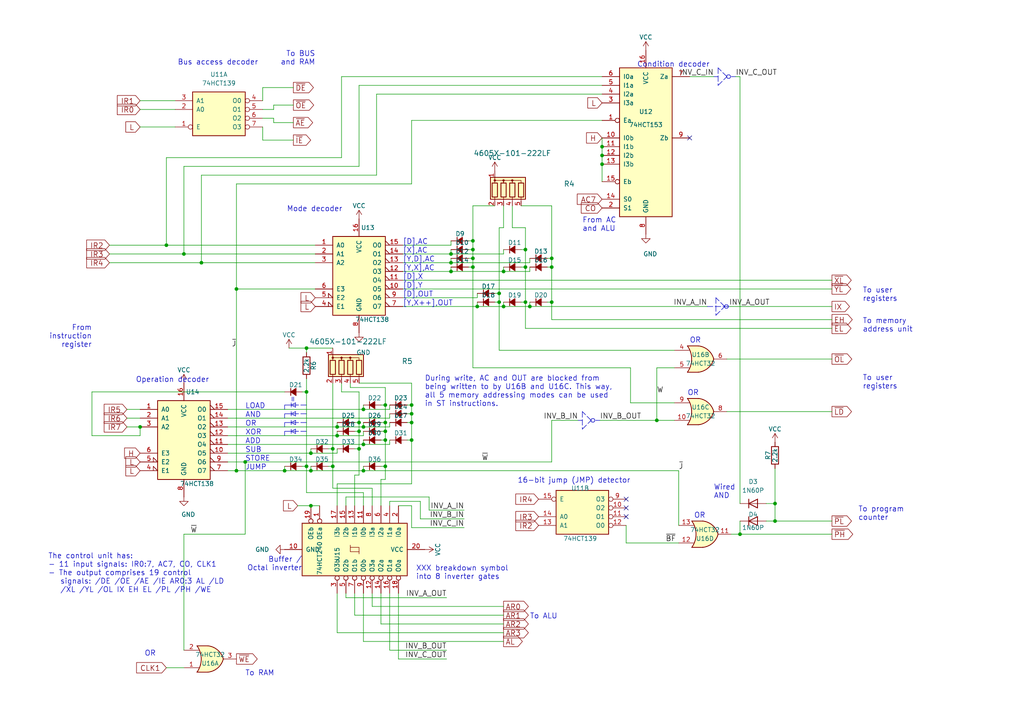
<source format=kicad_sch>
(kicad_sch (version 20211123) (generator eeschema)
  (paper "A4")
  (title_block (title "Gigatron Control Unit") (date "2020-03-20") (rev "Release") (company "Marcel van Kervinck and Walter Belgers") (comment 1 "Bit 5-7 determine the operation performed by the ALU and the type of instruction.") (comment 2 "Bit 2-4 select the addressing mode during operations, or the condition during branches.") (comment 3 "Bit 0-1 control what is on the data bus: operand (D), RAM, accumulator or input.") (comment 4 "The control unit expands 8-bit opcodes (IR) to 19 control lines. The scheme is orthogonal:"))
  (lib_symbols
    (symbol "74xx:74LS138" (pin_names (offset 1.016))
      (property "Reference" "U" (at -7.62 11.43 0))
      (property "Value" "74LS138" (at -7.62 -13.97 0))
      (symbol "74LS138_1_0"
        (pin input line (at -12.7 7.62 0) (length 5.08) (name "A0") (number "1"))
        (pin output output_low (at 12.7 -5.08 180) (length 5.08) (name "O5") (number "10"))
        (pin output output_low (at 12.7 -2.54 180) (length 5.08) (name "O4") (number "11"))
        (pin output output_low (at 12.7 0 180) (length 5.08) (name "O3") (number "12"))
        (pin output output_low (at 12.7 2.54 180) (length 5.08) (name "O2") (number "13"))
        (pin output output_low (at 12.7 5.08 180) (length 5.08) (name "O1") (number "14"))
        (pin output output_low (at 12.7 7.62 180) (length 5.08) (name "O0") (number "15"))
        (pin power_in line (at 0 15.24 270) (length 5.08) (name "VCC") (number "16"))
        (pin input line (at -12.7 5.08 0) (length 5.08) (name "A1") (number "2"))
        (pin input line (at -12.7 2.54 0) (length 5.08) (name "A2") (number "3"))
        (pin input input_low (at -12.7 -10.16 0) (length 5.08) (name "E1") (number "4"))
        (pin input input_low (at -12.7 -7.62 0) (length 5.08) (name "E2") (number "5"))
        (pin input line (at -12.7 -5.08 0) (length 5.08) (name "E3") (number "6"))
        (pin output output_low (at 12.7 -10.16 180) (length 5.08) (name "O7") (number "7"))
        (pin power_in line (at 0 -17.78 90) (length 5.08) (name "GND") (number "8"))
        (pin output output_low (at 12.7 -7.62 180) (length 5.08) (name "O6") (number "9"))
      )
    )
    (symbol "74xx:74LS139" (pin_names (offset 1.016))
      (property "Reference" "U" (at -7.62 8.89 0))
      (property "Value" "74LS139" (at -7.62 -8.89 0))
      (symbol "74LS139_1_0"
        (pin input inverted (at -12.7 -5.08 0) (length 5.08) (name "E") (number "1"))
        (pin input line (at -12.7 0 0) (length 5.08) (name "A0") (number "2"))
        (pin input line (at -12.7 2.54 0) (length 5.08) (name "A1") (number "3"))
        (pin output inverted (at 12.7 2.54 180) (length 5.08) (name "O0") (number "4"))
        (pin output inverted (at 12.7 0 180) (length 5.08) (name "O1") (number "5"))
        (pin output inverted (at 12.7 -2.54 180) (length 5.08) (name "O2") (number "6"))
        (pin output inverted (at 12.7 -5.08 180) (length 5.08) (name "O3") (number "7"))
      )
      (symbol "74LS139_2_0"
        (pin output inverted (at 12.7 -2.54 180) (length 5.08) (name "O2") (number "10"))
        (pin output inverted (at 12.7 0 180) (length 5.08) (name "O1") (number "11"))
        (pin output inverted (at 12.7 2.54 180) (length 5.08) (name "O0") (number "12"))
        (pin input line (at -12.7 2.54 0) (length 5.08) (name "A1") (number "13"))
        (pin input line (at -12.7 0 0) (length 5.08) (name "A0") (number "14"))
        (pin input inverted (at -12.7 -5.08 0) (length 5.08) (name "E") (number "15"))
        (pin output inverted (at 12.7 -5.08 180) (length 5.08) (name "O3") (number "9"))
      )
      (symbol "74LS139_3_0"
        (pin power_in line (at 0 12.7 270) (length 5.08) (name "VCC") (number "16"))
        (pin power_in line (at 0 -12.7 90) (length 5.08) (name "GND") (number "8"))
      )
    )
    (symbol "74xx:74LS153" (pin_names (offset 1.016))
      (property "Reference" "U" (at -7.62 21.59 0))
      (property "Value" "74LS153" (at -7.62 -24.13 0))
      (symbol "74LS153_1_0"
        (pin input inverted (at -12.7 5.08 0) (length 5.08) (name "Ea") (number "1"))
        (pin input line (at -12.7 0 0) (length 5.08) (name "I0b") (number "10"))
        (pin input line (at -12.7 -2.54 0) (length 5.08) (name "I1b") (number "11"))
        (pin input line (at -12.7 -5.08 0) (length 5.08) (name "I2b") (number "12"))
        (pin input line (at -12.7 -7.62 0) (length 5.08) (name "I3b") (number "13"))
        (pin input line (at -12.7 -17.78 0) (length 5.08) (name "S0") (number "14"))
        (pin input inverted (at -12.7 -12.7 0) (length 5.08) (name "Eb") (number "15"))
        (pin power_in line (at 0 25.4 270) (length 5.08) (name "VCC") (number "16"))
        (pin input line (at -12.7 -20.32 0) (length 5.08) (name "S1") (number "2"))
        (pin input line (at -12.7 10.16 0) (length 5.08) (name "I3a") (number "3"))
        (pin input line (at -12.7 12.7 0) (length 5.08) (name "I2a") (number "4"))
        (pin input line (at -12.7 15.24 0) (length 5.08) (name "I1a") (number "5"))
        (pin input line (at -12.7 17.78 0) (length 5.08) (name "I0a") (number "6"))
        (pin output line (at 12.7 17.78 180) (length 5.08) (name "Za") (number "7"))
        (pin power_in line (at 0 -27.94 90) (length 5.08) (name "GND") (number "8"))
        (pin output line (at 12.7 0 180) (length 5.08) (name "Zb") (number "9"))
      )
    )
    (symbol "74xx:74LS240" (pin_names (offset 1.016))
      (property "Reference" "U" (at -7.62 16.51 0))
      (property "Value" "74LS240" (at -7.62 -16.51 0))
      (symbol "74LS240_1_0"
        (pin input inverted (at -12.7 -10.16 0) (length 5.08) (name "OEa") (number "1"))
        (pin power_in line (at 0 -20.32 90) (length 5.08) (name "GND") (number "10"))
        (pin input line (at -12.7 2.54 0) (length 5.08) (name "I0b") (number "11"))
        (pin tri_state inverted (at 12.7 5.08 180) (length 5.08) (name "O3a") (number "12"))
        (pin input line (at -12.7 0 0) (length 5.08) (name "I1b") (number "13"))
        (pin tri_state inverted (at 12.7 7.62 180) (length 5.08) (name "O2a") (number "14"))
        (pin input line (at -12.7 -2.54 0) (length 5.08) (name "I2b") (number "15"))
        (pin tri_state inverted (at 12.7 10.16 180) (length 5.08) (name "O1a") (number "16"))
        (pin input line (at -12.7 -5.08 0) (length 5.08) (name "I3b") (number "17"))
        (pin tri_state inverted (at 12.7 12.7 180) (length 5.08) (name "O0a") (number "18"))
        (pin input inverted (at -12.7 -12.7 0) (length 5.08) (name "OEb") (number "19"))
        (pin input line (at -12.7 12.7 0) (length 5.08) (name "I0a") (number "2"))
        (pin power_in line (at 0 20.32 270) (length 5.08) (name "VCC") (number "20"))
        (pin tri_state inverted (at 12.7 -5.08 180) (length 5.08) (name "O3b") (number "3"))
        (pin input line (at -12.7 10.16 0) (length 5.08) (name "I1a") (number "4"))
        (pin tri_state inverted (at 12.7 -2.54 180) (length 5.08) (name "O2b") (number "5"))
        (pin input line (at -12.7 7.62 0) (length 5.08) (name "I2a") (number "6"))
        (pin tri_state inverted (at 12.7 0 180) (length 5.08) (name "O1b") (number "7"))
        (pin input line (at -12.7 5.08 0) (length 5.08) (name "I3a") (number "8"))
        (pin tri_state inverted (at 12.7 2.54 180) (length 5.08) (name "O0b") (number "9"))
      )
    )
    (symbol "74xx:74LS32" (pin_names (offset 1.016))
      (property "Reference" "U" (at 0 1.27 0))
      (property "Value" "74LS32" (at 0 -1.27 0))
      (symbol "74LS32_1_1"
        (pin input line (at -7.62 2.54 0) (length 4.318) (name "~") (number "1"))
        (pin input line (at -7.62 -2.54 0) (length 4.318) (name "~") (number "2"))
        (pin output line (at 7.62 0 180) (length 3.81) (name "~") (number "3"))
      )
      (symbol "74LS32_1_2"
        (pin input inverted (at -7.62 2.54 0) (length 3.81) (name "~") (number "1"))
        (pin input inverted (at -7.62 -2.54 0) (length 3.81) (name "~") (number "2"))
        (pin output inverted (at 7.62 0 180) (length 3.81) (name "~") (number "3"))
      )
      (symbol "74LS32_2_1"
        (pin input line (at -7.62 2.54 0) (length 4.318) (name "~") (number "4"))
        (pin input line (at -7.62 -2.54 0) (length 4.318) (name "~") (number "5"))
        (pin output line (at 7.62 0 180) (length 3.81) (name "~") (number "6"))
      )
      (symbol "74LS32_2_2"
        (pin input inverted (at -7.62 2.54 0) (length 3.81) (name "~") (number "4"))
        (pin input inverted (at -7.62 -2.54 0) (length 3.81) (name "~") (number "5"))
        (pin output inverted (at 7.62 0 180) (length 3.81) (name "~") (number "6"))
      )
      (symbol "74LS32_3_1"
        (pin input line (at -7.62 -2.54 0) (length 4.318) (name "~") (number "10"))
        (pin output line (at 7.62 0 180) (length 3.81) (name "~") (number "8"))
        (pin input line (at -7.62 2.54 0) (length 4.318) (name "~") (number "9"))
      )
      (symbol "74LS32_3_2"
        (pin input inverted (at -7.62 -2.54 0) (length 3.81) (name "~") (number "10"))
        (pin output inverted (at 7.62 0 180) (length 3.81) (name "~") (number "8"))
        (pin input inverted (at -7.62 2.54 0) (length 3.81) (name "~") (number "9"))
      )
      (symbol "74LS32_4_1"
        (pin output line (at 7.62 0 180) (length 3.81) (name "~") (number "11"))
        (pin input line (at -7.62 2.54 0) (length 4.318) (name "~") (number "12"))
        (pin input line (at -7.62 -2.54 0) (length 4.318) (name "~") (number "13"))
      )
      (symbol "74LS32_4_2"
        (pin output inverted (at 7.62 0 180) (length 3.81) (name "~") (number "11"))
        (pin input inverted (at -7.62 2.54 0) (length 3.81) (name "~") (number "12"))
        (pin input inverted (at -7.62 -2.54 0) (length 3.81) (name "~") (number "13"))
      )
      (symbol "74LS32_5_0"
        (pin power_in line (at 0 12.7 270) (length 5.08) (name "VCC") (number "14"))
        (pin power_in line (at 0 -12.7 90) (length 5.08) (name "GND") (number "7"))
      )
    )
    (symbol "Device:D" (pin_numbers hide) (pin_names (offset 1.016) hide)
      (property "Reference" "D" (at 0 2.54 0))
      (property "Value" "D" (at 0 -2.54 0))
      (symbol "D_1_1"
        (pin passive line (at -3.81 0 0) (length 2.54) (name "K") (number "1"))
        (pin passive line (at 3.81 0 180) (length 2.54) (name "A") (number "2"))
      )
    )
    (symbol "Device:D_Small_ALT" (pin_numbers hide) (pin_names (offset 0.254) hide)
      (property "Reference" "D" (at -1.27 2.032 0))
      (property "Value" "Device_D_Small_ALT" (at -3.81 -2.032 0))
      (symbol "D_Small_ALT_1_1"
        (pin passive line (at -2.54 0 0) (length 1.778) (name "K") (number "1"))
        (pin passive line (at 2.54 0 180) (length 1.778) (name "A") (number "2"))
      )
    )
    (symbol "Device:R" (pin_numbers hide) (pin_names (offset 0))
      (property "Reference" "R" (at 2.032 0 90))
      (property "Value" "R" (at 0 0 90))
      (symbol "R_1_1"
        (pin passive line (at 0 3.81 270) (length 1.27) (name "~") (number "1"))
        (pin passive line (at 0 -3.81 90) (length 1.27) (name "~") (number "2"))
      )
    )
    (symbol "Device:R_Network04" (pin_names (offset 0) hide)
      (property "Reference" "RN" (at -7.62 0 90))
      (property "Value" "R_Network04" (at 5.08 0 90))
      (symbol "R_Network04_1_1"
        (pin passive line (at -5.08 5.08 270) (length 2.54) (name "common") (number "1"))
        (pin passive line (at -5.08 -5.08 90) (length 1.27) (name "R1") (number "2"))
        (pin passive line (at -2.54 -5.08 90) (length 1.27) (name "R2") (number "3"))
        (pin passive line (at 0 -5.08 90) (length 1.27) (name "R3") (number "4"))
        (pin passive line (at 2.54 -5.08 90) (length 1.27) (name "R4") (number "5"))
      )
    )
    (symbol "power:GND" (power) (pin_names (offset 0))
      (property "Value" "GND" (at 0 -3.81 0))
      (symbol "GND_1_1"
        (pin power_in line (at 0 0 270) (length 0) hide (name "GND") (number "1"))
      )
    )
    (symbol "power:VCC" (power) (pin_names (offset 0))
      (property "Value" "VCC" (at 0 3.81 0))
      (symbol "VCC_1_1"
        (pin power_in line (at 0 0 90) (length 0) hide (name "VCC") (number "1"))
      )
    )
  )
  (junction (at 105.41 123.825))
  (junction (at 160.02 77.47))
  (junction (at 97.79 126.365))
  (junction (at 96.52 135.255))
  (junction (at 130.81 73.66))
  (junction (at 146.05 88.9))
  (junction (at 104.14 122.555))
  (junction (at 68.58 136.525))
  (junction (at 111.76 127.635))
  (junction (at 105.41 136.525))
  (junction (at 174.625 47.625))
  (junction (at 119.38 120.015))
  (junction (at 111.76 135.255))
  (junction (at 88.9 113.665))
  (junction (at 71.12 133.985))
  (junction (at 137.16 77.47))
  (junction (at 104.14 130.175))
  (junction (at 111.76 122.555))
  (junction (at 96.52 130.175))
  (junction (at 190.5 121.92))
  (junction (at 111.76 125.095))
  (junction (at 160.02 87.63))
  (junction (at 130.81 76.2))
  (junction (at 68.58 83.82))
  (junction (at 174.625 42.545))
  (junction (at 130.81 78.74))
  (junction (at 138.43 88.9))
  (junction (at 88.9 100.965))
  (junction (at 105.41 118.745))
  (junction (at 119.38 127.635))
  (junction (at 48.26 71.12))
  (junction (at 119.38 117.475))
  (junction (at 174.625 45.085))
  (junction (at 152.4 87.63))
  (junction (at 144.78 85.09))
  (junction (at 152.4 77.47))
  (junction (at 104.14 125.095))
  (junction (at 160.02 74.93))
  (junction (at 119.38 122.555))
  (junction (at 58.42 76.2))
  (junction (at 53.34 73.66))
  (junction (at 137.16 74.93))
  (junction (at 224.79 146.05))
  (junction (at 144.78 87.63))
  (junction (at 111.76 117.475))
  (junction (at 153.67 88.9))
  (junction (at 97.79 123.825))
  (junction (at 152.4 72.39))
  (junction (at 88.9 135.255))
  (junction (at 224.79 151.13))
  (junction (at 146.05 78.74))
  (junction (at 90.17 146.685))
  (junction (at 40.64 123.825))
  (junction (at 137.16 69.85))
  (junction (at 90.17 131.445))
  (junction (at 82.55 136.525))
  (junction (at 90.17 136.525))
  (junction (at 214.63 154.94))
  (junction (at 105.41 128.905))
  (junction (at 137.16 72.39))
  (no_connect (at 200.025 40.005))
  (no_connect (at 181.61 147.32))
  (no_connect (at 181.61 149.86))
  (no_connect (at 181.61 144.78))
  (wire (pts (xy 196.85 136.525) (xy 196.85 152.4)))
  (wire (pts (xy 88.9 100.965) (xy 96.52 100.965)))
  (wire (pts (xy 105.41 128.905) (xy 105.41 127.635)))
  (wire (pts (xy 110.49 125.095) (xy 111.76 125.095)))
  (wire (pts (xy 210.82 104.14) (xy 241.3 104.14)))
  (wire (pts (xy 214.63 22.225) (xy 214.63 146.05)))
  (polyline (pts (xy 167.64 121.92) (xy 168.91 121.92)))
  (wire (pts (xy 68.58 83.82) (xy 91.44 83.82)))
  (wire (pts (xy 160.02 121.92) (xy 167.64 121.92)))
  (wire (pts (xy 160.02 77.47) (xy 158.75 77.47)))
  (wire (pts (xy 113.03 145.415) (xy 121.92 145.415)))
  (wire (pts (xy 40.64 118.745) (xy 36.83 118.745)))
  (wire (pts (xy 195.58 106.68) (xy 190.5 106.68)))
  (wire (pts (xy 85.09 40.64) (xy 76.2 40.64)))
  (wire (pts (xy 76.2 25.4) (xy 85.09 25.4)))
  (wire (pts (xy 224.79 146.05) (xy 224.79 151.13)))
  (wire (pts (xy 174.625 22.225) (xy 99.06 22.225)))
  (wire (pts (xy 119.38 140.335) (xy 97.79 140.335)))
  (wire (pts (xy 99.06 113.665) (xy 99.06 111.125)))
  (polyline (pts (xy 208.28 19.685) (xy 208.28 24.765)))
  (polyline (pts (xy 210.82 21.971) (xy 211.074 21.717)))
  (wire (pts (xy 115.57 172.085) (xy 115.57 191.135)))
  (wire (pts (xy 152.4 72.39) (xy 152.4 77.47)))
  (polyline (pts (xy 210.185 88.9) (xy 207.645 86.36)))
  (polyline (pts (xy 82.55 125.095) (xy 82.55 126.365)))
  (wire (pts (xy 116.84 81.28) (xy 241.3 81.28)))
  (wire (pts (xy 113.03 118.745) (xy 113.03 117.475)))
  (wire (pts (xy 76.2 40.64) (xy 76.2 36.83)))
  (polyline (pts (xy 205.105 88.9) (xy 211.455 88.9)))
  (wire (pts (xy 31.75 71.12) (xy 48.26 71.12)))
  (wire (pts (xy 85.09 30.48) (xy 79.375 30.48)))
  (wire (pts (xy 146.05 66.04) (xy 146.05 59.69)))
  (wire (pts (xy 181.61 157.48) (xy 196.85 157.48)))
  (wire (pts (xy 116.84 73.66) (xy 130.81 73.66)))
  (wire (pts (xy 26.67 126.365) (xy 40.64 126.365)))
  (wire (pts (xy 113.03 123.825) (xy 113.03 122.555)))
  (wire (pts (xy 90.17 135.255) (xy 90.17 136.525)))
  (wire (pts (xy 105.41 123.825) (xy 113.03 123.825)))
  (wire (pts (xy 110.49 127.635) (xy 111.76 127.635)))
  (wire (pts (xy 153.67 87.63) (xy 153.67 88.9)))
  (wire (pts (xy 119.38 146.685) (xy 119.38 153.035)))
  (polyline (pts (xy 84.455 125.095) (xy 85.725 124.46)))
  (wire (pts (xy 214.63 151.13) (xy 214.63 154.94)))
  (wire (pts (xy 107.95 172.085) (xy 107.95 175.895)))
  (polyline (pts (xy 207.645 86.36) (xy 207.645 91.44)))
  (polyline (pts (xy 211.582 22.733) (xy 211.074 22.733)))
  (wire (pts (xy 97.79 126.365) (xy 105.41 126.365)))
  (wire (pts (xy 152.4 87.63) (xy 151.13 87.63)))
  (wire (pts (xy 153.67 88.9) (xy 205.105 88.9)))
  (polyline (pts (xy 172.466 122.174) (xy 172.212 122.428)))
  (wire (pts (xy 40.64 126.365) (xy 40.64 123.825)))
  (polyline (pts (xy 168.91 119.38) (xy 168.91 124.46)))
  (wire (pts (xy 111.76 112.395) (xy 101.6 112.395)))
  (polyline (pts (xy 85.725 116.84) (xy 85.725 118.11)))
  (wire (pts (xy 53.34 73.66) (xy 91.44 73.66)))
  (wire (pts (xy 173.99 121.92) (xy 190.5 121.92)))
  (wire (pts (xy 116.84 71.12) (xy 130.81 71.12)))
  (wire (pts (xy 200.025 22.225) (xy 207.01 22.225)))
  (wire (pts (xy 104.14 130.175) (xy 104.14 137.795)))
  (polyline (pts (xy 85.725 123.19) (xy 84.455 122.555)))
  (wire (pts (xy 71.12 133.985) (xy 71.12 154.94)))
  (wire (pts (xy 111.76 127.635) (xy 111.76 135.255)))
  (wire (pts (xy 214.63 154.94) (xy 241.3 154.94)))
  (wire (pts (xy 105.41 126.365) (xy 105.41 125.095)))
  (wire (pts (xy 118.11 120.015) (xy 119.38 120.015)))
  (wire (pts (xy 182.88 116.84) (xy 195.58 116.84)))
  (wire (pts (xy 105.41 122.555) (xy 105.41 123.825)))
  (polyline (pts (xy 210.185 88.646) (xy 210.439 88.392)))
  (wire (pts (xy 105.41 118.745) (xy 113.03 118.745)))
  (wire (pts (xy 152.4 72.39) (xy 151.13 72.39)))
  (wire (pts (xy 40.64 121.285) (xy 36.83 121.285)))
  (wire (pts (xy 68.58 53.34) (xy 68.58 83.82)))
  (wire (pts (xy 119.38 111.125) (xy 119.38 117.475)))
  (wire (pts (xy 174.625 27.305) (xy 109.22 27.305)))
  (wire (pts (xy 130.81 76.2) (xy 130.81 74.93)))
  (wire (pts (xy 102.87 178.435) (xy 146.05 178.435)))
  (wire (pts (xy 146.05 180.975) (xy 110.49 180.975)))
  (wire (pts (xy 118.11 122.555) (xy 119.38 122.555)))
  (wire (pts (xy 58.42 50.8) (xy 58.42 76.2)))
  (polyline (pts (xy 172.212 122.428) (xy 171.704 122.428)))
  (wire (pts (xy 212.09 154.94) (xy 214.63 154.94)))
  (wire (pts (xy 101.6 112.395) (xy 101.6 111.125)))
  (polyline (pts (xy 82.55 117.475) (xy 82.55 118.745)))
  (wire (pts (xy 96.52 135.255) (xy 96.52 141.605)))
  (wire (pts (xy 76.2 34.29) (xy 79.375 34.29)))
  (wire (pts (xy 87.63 135.255) (xy 88.9 135.255)))
  (wire (pts (xy 138.43 87.63) (xy 138.43 88.9)))
  (wire (pts (xy 96.52 130.175) (xy 96.52 135.255)))
  (wire (pts (xy 130.81 73.66) (xy 146.05 73.66)))
  (wire (pts (xy 121.92 150.495) (xy 134.62 150.495)))
  (polyline (pts (xy 84.455 120.015) (xy 85.725 119.38)))
  (wire (pts (xy 48.26 45.72) (xy 48.26 71.12)))
  (wire (pts (xy 144.78 87.63) (xy 144.78 101.6)))
  (wire (pts (xy 113.03 188.595) (xy 129.54 188.595)))
  (wire (pts (xy 76.2 29.21) (xy 76.2 25.4)))
  (wire (pts (xy 138.43 88.9) (xy 146.05 88.9)))
  (wire (pts (xy 87.63 113.665) (xy 88.9 113.665)))
  (wire (pts (xy 224.79 151.13) (xy 241.3 151.13)))
  (wire (pts (xy 121.92 145.415) (xy 121.92 150.495)))
  (wire (pts (xy 66.04 123.825) (xy 97.79 123.825)))
  (wire (pts (xy 71.12 154.94) (xy 53.34 154.94)))
  (wire (pts (xy 66.04 133.985) (xy 71.12 133.985)))
  (wire (pts (xy 90.17 136.525) (xy 105.41 136.525)))
  (wire (pts (xy 113.03 146.685) (xy 113.03 145.415)))
  (wire (pts (xy 118.11 117.475) (xy 119.38 117.475)))
  (wire (pts (xy 88.9 113.665) (xy 88.9 135.255)))
  (polyline (pts (xy 84.455 124.46) (xy 84.455 125.73)))
  (wire (pts (xy 79.375 34.29) (xy 79.375 35.56)))
  (wire (pts (xy 111.76 112.395) (xy 111.76 117.475)))
  (wire (pts (xy 88.9 102.235) (xy 88.9 100.965)))
  (wire (pts (xy 124.46 144.145) (xy 124.46 147.955)))
  (wire (pts (xy 152.4 66.04) (xy 148.59 66.04)))
  (wire (pts (xy 104.14 137.795) (xy 102.87 137.795)))
  (wire (pts (xy 160.02 74.93) (xy 160.02 77.47)))
  (wire (pts (xy 137.16 72.39) (xy 135.89 72.39)))
  (wire (pts (xy 111.76 135.255) (xy 111.76 139.065)))
  (wire (pts (xy 119.38 122.555) (xy 119.38 127.635)))
  (wire (pts (xy 83.82 100.965) (xy 88.9 100.965)))
  (wire (pts (xy 40.64 29.21) (xy 50.8 29.21)))
  (polyline (pts (xy 210.947 88.392) (xy 211.201 88.646)))
  (wire (pts (xy 66.04 121.285) (xy 113.03 121.285)))
  (polyline (pts (xy 210.439 89.408) (xy 210.185 89.154)))
  (wire (pts (xy 153.67 78.74) (xy 153.67 77.47)))
  (wire (pts (xy 66.04 136.525) (xy 68.58 136.525)))
  (wire (pts (xy 100.33 172.085) (xy 100.33 173.355)))
  (wire (pts (xy 111.76 125.095) (xy 111.76 127.635)))
  (wire (pts (xy 66.04 131.445) (xy 90.17 131.445)))
  (wire (pts (xy 160.02 59.69) (xy 160.02 74.93)))
  (polyline (pts (xy 84.455 117.475) (xy 85.725 116.84)))
  (polyline (pts (xy 171.45 121.666) (xy 171.45 122.174)))
  (wire (pts (xy 152.4 77.47) (xy 152.4 87.63)))
  (wire (pts (xy 53.34 48.26) (xy 53.34 73.66)))
  (wire (pts (xy 105.41 172.085) (xy 105.41 186.055)))
  (wire (pts (xy 104.14 113.665) (xy 99.06 113.665)))
  (wire (pts (xy 214.63 22.225) (xy 213.36 22.225)))
  (wire (pts (xy 119.38 127.635) (xy 119.38 140.335)))
  (wire (pts (xy 99.06 45.72) (xy 48.26 45.72)))
  (wire (pts (xy 158.75 74.93) (xy 160.02 74.93)))
  (wire (pts (xy 182.88 106.68) (xy 182.88 116.84)))
  (wire (pts (xy 160.02 59.69) (xy 151.13 59.69)))
  (wire (pts (xy 110.49 139.065) (xy 110.49 146.685)))
  (wire (pts (xy 158.75 87.63) (xy 160.02 87.63)))
  (wire (pts (xy 31.75 76.2) (xy 58.42 76.2)))
  (wire (pts (xy 102.87 130.175) (xy 104.14 130.175)))
  (polyline (pts (xy 211.074 21.717) (xy 211.582 21.717)))
  (wire (pts (xy 68.58 136.525) (xy 82.55 136.525)))
  (wire (pts (xy 144.78 66.04) (xy 144.78 85.09)))
  (polyline (pts (xy 172.212 121.412) (xy 172.466 121.666)))
  (polyline (pts (xy 82.55 120.015) (xy 82.55 121.285)))
  (wire (pts (xy 105.41 142.875) (xy 105.41 146.685)))
  (wire (pts (xy 105.41 136.525) (xy 196.85 136.525)))
  (wire (pts (xy 130.81 77.47) (xy 130.81 78.74)))
  (wire (pts (xy 130.81 71.12) (xy 130.81 69.85)))
  (wire (pts (xy 224.79 135.89) (xy 224.79 146.05)))
  (wire (pts (xy 26.67 113.665) (xy 82.55 113.665)))
  (wire (pts (xy 90.17 146.685) (xy 92.71 146.685)))
  (polyline (pts (xy 211.074 22.733) (xy 210.82 22.479)))
  (wire (pts (xy 97.79 183.515) (xy 97.79 172.085)))
  (wire (pts (xy 95.25 130.175) (xy 96.52 130.175)))
  (wire (pts (xy 110.49 135.255) (xy 111.76 135.255)))
  (wire (pts (xy 174.625 40.005) (xy 174.625 42.545)))
  (polyline (pts (xy 210.82 21.971) (xy 210.82 22.479)))
  (wire (pts (xy 190.5 106.68) (xy 190.5 121.92)))
  (wire (pts (xy 224.79 151.13) (xy 222.25 151.13)))
  (wire (pts (xy 146.05 88.9) (xy 153.67 88.9)))
  (polyline (pts (xy 88.9 122.555) (xy 82.55 122.555)))
  (wire (pts (xy 104.14 125.095) (xy 104.14 130.175)))
  (wire (pts (xy 160.02 92.71) (xy 241.3 92.71)))
  (polyline (pts (xy 85.725 125.73) (xy 84.455 125.095)))
  (wire (pts (xy 190.5 121.92) (xy 195.58 121.92)))
  (wire (pts (xy 95.25 135.255) (xy 96.52 135.255)))
  (wire (pts (xy 118.11 127.635) (xy 119.38 127.635)))
  (wire (pts (xy 210.82 119.38) (xy 241.3 119.38)))
  (wire (pts (xy 137.16 74.93) (xy 135.89 74.93)))
  (wire (pts (xy 116.84 76.2) (xy 130.81 76.2)))
  (wire (pts (xy 50.8 36.83) (xy 40.64 36.83)))
  (polyline (pts (xy 85.725 120.65) (xy 84.455 120.015)))
  (wire (pts (xy 86.36 146.685) (xy 90.17 146.685)))
  (wire (pts (xy 107.95 175.895) (xy 146.05 175.895)))
  (wire (pts (xy 110.49 117.475) (xy 111.76 117.475)))
  (wire (pts (xy 66.04 128.905) (xy 105.41 128.905)))
  (wire (pts (xy 102.87 137.795) (xy 102.87 146.685)))
  (wire (pts (xy 53.34 48.26) (xy 104.14 48.26)))
  (polyline (pts (xy 171.45 121.666) (xy 171.704 121.412)))
  (polyline (pts (xy 85.725 121.92) (xy 85.725 123.19)))
  (wire (pts (xy 48.26 193.675) (xy 53.34 193.675)))
  (wire (pts (xy 241.3 88.9) (xy 211.455 88.9)))
  (wire (pts (xy 144.78 101.6) (xy 195.58 101.6)))
  (wire (pts (xy 151.13 77.47) (xy 152.4 77.47)))
  (wire (pts (xy 58.42 76.2) (xy 91.44 76.2)))
  (wire (pts (xy 104.14 24.765) (xy 174.625 24.765)))
  (polyline (pts (xy 85.725 118.11) (xy 84.455 117.475)))
  (wire (pts (xy 148.59 66.04) (xy 148.59 59.69)))
  (wire (pts (xy 160.02 133.985) (xy 160.02 121.92)))
  (wire (pts (xy 119.38 34.925) (xy 174.625 34.925)))
  (wire (pts (xy 96.52 141.605) (xy 107.95 141.605)))
  (polyline (pts (xy 84.455 116.84) (xy 84.455 118.11)))
  (wire (pts (xy 143.51 85.09) (xy 144.78 85.09)))
  (wire (pts (xy 99.06 22.225) (xy 99.06 45.72)))
  (wire (pts (xy 135.89 69.85) (xy 137.16 69.85)))
  (wire (pts (xy 111.76 139.065) (xy 110.49 139.065)))
  (polyline (pts (xy 171.704 121.412) (xy 172.212 121.412)))
  (wire (pts (xy 48.26 71.12) (xy 91.44 71.12)))
  (wire (pts (xy 137.16 69.85) (xy 137.16 72.39)))
  (polyline (pts (xy 171.45 121.92) (xy 168.91 119.38)))
  (wire (pts (xy 97.79 122.555) (xy 97.79 123.825)))
  (wire (pts (xy 104.14 113.665) (xy 104.14 122.555)))
  (polyline (pts (xy 171.704 122.428) (xy 171.45 122.174)))
  (wire (pts (xy 105.41 136.525) (xy 105.41 135.255)))
  (wire (pts (xy 152.4 95.25) (xy 241.3 95.25)))
  (wire (pts (xy 102.87 125.095) (xy 104.14 125.095)))
  (wire (pts (xy 137.16 77.47) (xy 137.16 106.68)))
  (polyline (pts (xy 172.72 121.92) (xy 173.99 121.92)))
  (wire (pts (xy 66.04 126.365) (xy 97.79 126.365)))
  (wire (pts (xy 71.12 133.985) (xy 160.02 133.985)))
  (wire (pts (xy 130.81 73.66) (xy 130.81 72.39)))
  (wire (pts (xy 116.84 86.36) (xy 138.43 86.36)))
  (wire (pts (xy 153.67 76.2) (xy 153.67 74.93)))
  (wire (pts (xy 144.78 85.09) (xy 144.78 87.63)))
  (wire (pts (xy 102.87 122.555) (xy 104.14 122.555)))
  (wire (pts (xy 97.79 183.515) (xy 146.05 183.515)))
  (wire (pts (xy 102.87 178.435) (xy 102.87 172.085)))
  (wire (pts (xy 113.03 172.085) (xy 113.03 188.595)))
  (wire (pts (xy 174.625 42.545) (xy 174.625 45.085)))
  (polyline (pts (xy 88.9 117.475) (xy 82.55 117.475)))
  (wire (pts (xy 130.81 78.74) (xy 146.05 78.74)))
  (wire (pts (xy 79.375 31.75) (xy 76.2 31.75)))
  (wire (pts (xy 146.05 88.9) (xy 146.05 87.63)))
  (polyline (pts (xy 211.836 22.479) (xy 211.582 22.733)))
  (wire (pts (xy 146.05 73.66) (xy 146.05 72.39)))
  (wire (pts (xy 116.84 88.9) (xy 138.43 88.9)))
  (wire (pts (xy 110.49 180.975) (xy 110.49 172.085)))
  (wire (pts (xy 119.38 53.34) (xy 119.38 34.925)))
  (wire (pts (xy 137.16 59.69) (xy 137.16 69.85)))
  (wire (pts (xy 124.46 147.955) (xy 134.62 147.955)))
  (wire (pts (xy 53.34 154.94) (xy 53.34 188.595)))
  (wire (pts (xy 79.375 30.48) (xy 79.375 31.75)))
  (polyline (pts (xy 85.725 119.38) (xy 85.725 120.65)))
  (polyline (pts (xy 211.836 21.971) (xy 211.836 22.479)))
  (wire (pts (xy 96.52 111.125) (xy 96.52 130.175)))
  (polyline (pts (xy 82.55 122.555) (xy 82.55 123.825)))
  (wire (pts (xy 82.55 136.525) (xy 82.55 135.255)))
  (wire (pts (xy 79.375 35.56) (xy 85.09 35.56)))
  (polyline (pts (xy 210.947 89.408) (xy 210.439 89.408)))
  (polyline (pts (xy 211.201 89.154) (xy 210.947 89.408)))
  (wire (pts (xy 137.16 59.69) (xy 143.51 59.69)))
  (wire (pts (xy 113.03 128.905) (xy 113.03 127.635)))
  (wire (pts (xy 97.79 140.335) (xy 97.79 146.685)))
  (wire (pts (xy 26.67 113.665) (xy 26.67 126.365)))
  (wire (pts (xy 116.84 83.82) (xy 241.3 83.82)))
  (wire (pts (xy 36.83 123.825) (xy 40.64 123.825)))
  (wire (pts (xy 222.25 146.05) (xy 224.79 146.05)))
  (wire (pts (xy 116.84 78.74) (xy 130.81 78.74)))
  (polyline (pts (xy 85.725 124.46) (xy 85.725 125.73)))
  (polyline (pts (xy 88.9 120.015) (xy 82.55 120.015)))
  (wire (pts (xy 105.41 186.055) (xy 146.05 186.055)))
  (wire (pts (xy 113.03 121.285) (xy 113.03 120.015)))
  (polyline (pts (xy 212.09 22.225) (xy 213.36 22.225)))
  (wire (pts (xy 181.61 157.48) (xy 181.61 152.4)))
  (wire (pts (xy 97.79 126.365) (xy 97.79 125.095)))
  (wire (pts (xy 58.42 50.8) (xy 109.22 50.8)))
  (polyline (pts (xy 210.185 88.646) (xy 210.185 89.154)))
  (polyline (pts (xy 84.455 121.92) (xy 84.455 123.19)))
  (wire (pts (xy 100.33 144.145) (xy 124.46 144.145)))
  (wire (pts (xy 97.79 131.445) (xy 97.79 130.175)))
  (wire (pts (xy 115.57 146.685) (xy 119.38 146.685)))
  (wire (pts (xy 90.17 131.445) (xy 90.17 130.175)))
  (wire (pts (xy 137.16 72.39) (xy 137.16 74.93)))
  (wire (pts (xy 119.38 120.015) (xy 119.38 122.555)))
  (polyline (pts (xy 88.9 125.095) (xy 82.55 125.095)))
  (polyline (pts (xy 208.28 24.765) (xy 210.82 22.225)))
  (wire (pts (xy 144.78 87.63) (xy 143.51 87.63)))
  (wire (pts (xy 111.76 117.475) (xy 111.76 122.555)))
  (wire (pts (xy 68.58 53.34) (xy 119.38 53.34)))
  (wire (pts (xy 137.16 74.93) (xy 137.16 77.47)))
  (wire (pts (xy 107.95 141.605) (xy 107.95 146.685)))
  (wire (pts (xy 100.33 144.145) (xy 100.33 146.685)))
  (polyline (pts (xy 207.645 91.44) (xy 210.185 88.9)))
  (wire (pts (xy 119.38 111.125) (xy 104.14 111.125)))
  (wire (pts (xy 100.33 173.355) (xy 129.54 173.355)))
  (wire (pts (xy 68.58 83.82) (xy 68.58 136.525)))
  (wire (pts (xy 82.55 136.525) (xy 90.17 136.525)))
  (wire (pts (xy 105.41 117.475) (xy 105.41 118.745)))
  (polyline (pts (xy 84.455 122.555) (xy 85.725 121.92)))
  (wire (pts (xy 115.57 191.135) (xy 129.54 191.135)))
  (wire (pts (xy 88.9 109.855) (xy 88.9 113.665)))
  (wire (pts (xy 146.05 78.74) (xy 153.67 78.74)))
  (wire (pts (xy 104.14 122.555) (xy 104.14 125.095)))
  (wire (pts (xy 152.4 87.63) (xy 152.4 95.25)))
  (wire (pts (xy 111.76 122.555) (xy 111.76 125.095)))
  (wire (pts (xy 138.43 86.36) (xy 138.43 85.09)))
  (wire (pts (xy 66.04 118.745) (xy 105.41 118.745)))
  (wire (pts (xy 152.4 66.04) (xy 152.4 72.39)))
  (polyline (pts (xy 211.582 21.717) (xy 211.836 21.971)))
  (wire (pts (xy 90.17 131.445) (xy 97.79 131.445)))
  (wire (pts (xy 110.49 122.555) (xy 111.76 122.555)))
  (polyline (pts (xy 207.01 22.225) (xy 208.28 22.225)))
  (wire (pts (xy 137.16 106.68) (xy 182.88 106.68)))
  (wire (pts (xy 174.625 47.625) (xy 174.625 52.705)))
  (wire (pts (xy 146.05 77.47) (xy 146.05 78.74)))
  (polyline (pts (xy 210.82 22.225) (xy 208.28 19.685)))
  (wire (pts (xy 160.02 77.47) (xy 160.02 87.63)))
  (polyline (pts (xy 211.201 88.646) (xy 211.201 89.154)))
  (wire (pts (xy 144.78 66.04) (xy 146.05 66.04)))
  (wire (pts (xy 104.14 48.26) (xy 104.14 24.765)))
  (wire (pts (xy 88.9 142.875) (xy 105.41 142.875)))
  (wire (pts (xy 97.79 123.825) (xy 105.41 123.825)))
  (wire (pts (xy 160.02 87.63) (xy 160.02 92.71)))
  (wire (pts (xy 119.38 117.475) (xy 119.38 120.015)))
  (polyline (pts (xy 84.455 119.38) (xy 84.455 120.65)))
  (polyline (pts (xy 168.91 124.46) (xy 171.45 121.92)))
  (wire (pts (xy 109.22 27.305) (xy 109.22 50.8)))
  (wire (pts (xy 31.75 73.66) (xy 53.34 73.66)))
  (polyline (pts (xy 210.439 88.392) (xy 210.947 88.392)))
  (wire (pts (xy 88.9 135.255) (xy 88.9 142.875)))
  (polyline (pts (xy 172.466 121.666) (xy 172.466 122.174)))
  (wire (pts (xy 174.625 45.085) (xy 174.625 47.625)))
  (wire (pts (xy 130.81 76.2) (xy 153.67 76.2)))
  (wire (pts (xy 137.16 77.47) (xy 135.89 77.47)))
  (wire (pts (xy 105.41 128.905) (xy 113.03 128.905)))
  (wire (pts (xy 40.64 31.75) (xy 50.8 31.75)))
  (wire (pts (xy 119.38 153.035) (xy 134.62 153.035)))
  (text "To program\ncounter" (at 248.92 151.13 0) (effects (font (size 1.524 1.524)) (justify left bottom)))
  (text "JUMP" (at 71.12 136.525 0) (effects (font (size 1.524 1.524)) (justify left bottom)))
  (text "During write, AC and OUT are blocked from\nbeing written to by U16B and U16C. This way,\nall 5 memory addressing modes can be used\nin ST instructions." (at 123.19 118.11 0) (effects (font (size 1.524 1.524)) (justify left bottom)))
  (text "To user\nregisters" (at 250.19 87.63 0) (effects (font (size 1.524 1.524)) (justify left bottom)))
  (text "[Y,X],AC" (at 116.84 78.74 0) (effects (font (size 1.524 1.524)) (justify left bottom)))
  (text "To user\nregisters" (at 250.19 113.03 0) (effects (font (size 1.524 1.524)) (justify left bottom)))
  (text "Buffer /\nOctal inverter" (at 87.63 165.735 180) (effects (font (size 1.524 1.524)) (justify right bottom)))
  (text "OR" (at 201.295 150.495 0) (effects (font (size 1.524 1.524)) (justify left bottom)))
  (text "16-bit jump (JMP) detector" (at 182.88 140.335 180) (effects (font (size 1.524 1.524)) (justify right bottom)))
  (text "From AC\nand ALU" (at 168.91 67.31 0) (effects (font (size 1.524 1.524)) (justify left bottom)))
  (text "To RAM" (at 71.12 196.215 0) (effects (font (size 1.524 1.524)) (justify left bottom)))
  (text "[D],Y" (at 116.84 83.82 0) (effects (font (size 1.524 1.524)) (justify left bottom)))
  (text "Condition decoder" (at 184.785 19.685 0) (effects (font (size 1.524 1.524)) (justify left bottom)))
  (text "To memory\naddress unit" (at 250.19 96.52 0) (effects (font (size 1.524 1.524)) (justify left bottom)))
  (text "Operation decoder" (at 39.37 111.125 0) (effects (font (size 1.524 1.524)) (justify left bottom)))
  (text "The control unit has:\n- 11 input signals: IR0:7, AC7, CO, CLK1\n- The output comprises 19 control\n   signals: /DE /OE /AE /IE AR0:3 AL /LD\n   /XL /YL /OL IX EH EL /PL /PH /WE" (at 13.97 172.085 0) (effects (font (size 1.524 1.524)) (justify left bottom)))
  (text "To ALU" (at 153.67 179.705 0) (effects (font (size 1.524 1.524)) (justify left bottom)))
  (text "XOR" (at 71.12 126.365 0) (effects (font (size 1.524 1.524)) (justify left bottom)))
  (text "ADD" (at 71.12 128.905 0) (effects (font (size 1.524 1.524)) (justify left bottom)))
  (text "[D],OUT" (at 116.84 86.36 0) (effects (font (size 1.524 1.524)) (justify left bottom)))
  (text "STORE" (at 71.12 133.985 0) (effects (font (size 1.524 1.524)) (justify left bottom)))
  (text "OR" (at 199.39 114.935 0) (effects (font (size 1.524 1.524)) (justify left bottom)))
  (text "Bus access decoder" (at 74.93 19.05 180) (effects (font (size 1.524 1.524)) (justify right bottom)))
  (text "[D],X" (at 116.84 81.28 0) (effects (font (size 1.524 1.524)) (justify left bottom)))
  (text "XXX breakdown symbol\ninto 8 inverter gates" (at 120.65 168.275 0) (effects (font (size 1.524 1.524)) (justify left bottom)))
  (text "OR" (at 41.91 190.5 0) (effects (font (size 1.524 1.524)) (justify left bottom)))
  (text "From\ninstruction\nregister" (at 26.67 100.965 180) (effects (font (size 1.524 1.524)) (justify right bottom)))
  (text "OR" (at 200.025 99.695 0) (effects (font (size 1.524 1.524)) (justify left bottom)))
  (text "AND" (at 71.12 121.285 0) (effects (font (size 1.524 1.524)) (justify left bottom)))
  (text "SUB" (at 71.12 131.445 0) (effects (font (size 1.524 1.524)) (justify left bottom)))
  (text "To BUS\nand RAM" (at 91.44 19.05 180) (effects (font (size 1.524 1.524)) (justify right bottom)))
  (text "[Y,D],AC" (at 116.84 76.2 0) (effects (font (size 1.524 1.524)) (justify left bottom)))
  (text "LOAD" (at 71.12 118.745 0) (effects (font (size 1.524 1.524)) (justify left bottom)))
  (text "Mode decoder" (at 83.185 61.595 0) (effects (font (size 1.524 1.524)) (justify left bottom)))
  (text "[D],AC" (at 116.84 71.12 0) (effects (font (size 1.524 1.524)) (justify left bottom)))
  (text "=" (at 85.725 114.935 270) (effects (font (size 1.524 1.524)) (justify right bottom)))
  (text "OR" (at 71.12 123.825 0) (effects (font (size 1.524 1.524)) (justify left bottom)))
  (text "[Y,X++],OUT" (at 116.84 88.9 0) (effects (font (size 1.524 1.524)) (justify left bottom)))
  (text "[X],AC" (at 116.84 73.66 0) (effects (font (size 1.524 1.524)) (justify left bottom)))
  (text "Wired\nAND" (at 207.01 144.78 0) (effects (font (size 1.524 1.524)) (justify left bottom)))
  (label "INV_B_OUT" (at 173.99 121.92 0) (effects (font (size 1.524 1.524))))
  (label "~{BF}" (at 193.04 157.48 0) (effects (font (size 1.524 1.524))))
  (label "INV_A_OUT" (at 211.455 88.9 0) (effects (font (size 1.524 1.524))))
  (label "INV_C_OUT" (at 129.54 191.135 180) (effects (font (size 1.524 1.524))))
  (label "~{W}" (at 139.7 133.985 0) (effects (font (size 1.524 1.524))))
  (label "~{J}" (at 68.58 100.965 180) (effects (font (size 1.524 1.524))))
  (label "W" (at 190.5 114.3 0) (effects (font (size 1.524 1.524))))
  (label "INV_A_IN" (at 205.105 88.9 180) (effects (font (size 1.524 1.524))))
  (label "INV_C_IN" (at 134.62 153.035 180) (effects (font (size 1.524 1.524))))
  (label "INV_B_OUT" (at 129.54 188.595 180) (effects (font (size 1.524 1.524))))
  (label "INV_B_IN" (at 167.64 121.92 180) (effects (font (size 1.524 1.524))))
  (label "INV_C_OUT" (at 213.36 22.225 0) (effects (font (size 1.524 1.524))))
  (label "INV_C_IN" (at 207.01 22.225 180) (effects (font (size 1.524 1.524))))
  (label "~{W}" (at 55.245 154.94 0) (effects (font (size 1.524 1.524))))
  (label "INV_A_OUT" (at 129.54 173.355 180) (effects (font (size 1.524 1.524))))
  (label "~{J}" (at 196.85 136.525 0) (effects (font (size 1.524 1.524))))
  (label "INV_B_IN" (at 134.62 150.495 180) (effects (font (size 1.524 1.524))))
  (label "INV_A_IN" (at 134.62 147.955 180) (effects (font (size 1.524 1.524))))
  (global_label "L" (shape input) (at 40.64 136.525 180) (effects (font (size 1.524 1.524))) (property "Intersheet References" "${INTERSHEET_REFS}" (effects hide)))
  (global_label "CLK1" (shape input) (at 48.26 193.675 180) (effects (font (size 1.524 1.524))) (property "Intersheet References" "${INTERSHEET_REFS}" (effects hide)))
  (global_label "~{IE}" (shape output) (at 85.09 40.64 0) (effects (font (size 1.524 1.524))) (property "Intersheet References" "${INTERSHEET_REFS}" (effects hide)))
  (global_label "IR3" (shape input) (at 156.21 149.86 180) (effects (font (size 1.524 1.524))) (property "Intersheet References" "${INTERSHEET_REFS}" (effects hide)))
  (global_label "L" (shape input) (at 40.64 133.985 180) (effects (font (size 1.524 1.524))) (property "Intersheet References" "${INTERSHEET_REFS}" (effects hide)))
  (global_label "H" (shape input) (at 174.625 40.005 180) (effects (font (size 1.524 1.524))) (property "Intersheet References" "${INTERSHEET_REFS}" (effects hide)))
  (global_label "AR1" (shape output) (at 146.05 178.435 0) (effects (font (size 1.524 1.524))) (property "Intersheet References" "${INTERSHEET_REFS}" (effects hide)))
  (global_label "IR2" (shape input) (at 31.75 71.12 180) (effects (font (size 1.524 1.524))) (property "Intersheet References" "${INTERSHEET_REFS}" (effects hide)))
  (global_label "IR3" (shape input) (at 31.75 73.66 180) (effects (font (size 1.524 1.524))) (property "Intersheet References" "${INTERSHEET_REFS}" (effects hide)))
  (global_label "IR6" (shape input) (at 36.83 121.285 180) (effects (font (size 1.524 1.524))) (property "Intersheet References" "${INTERSHEET_REFS}" (effects hide)))
  (global_label "L" (shape input) (at 174.625 29.845 180) (effects (font (size 1.524 1.524))) (property "Intersheet References" "${INTERSHEET_REFS}" (effects hide)))
  (global_label "AL" (shape output) (at 146.05 186.055 0) (effects (font (size 1.524 1.524))) (property "Intersheet References" "${INTERSHEET_REFS}" (effects hide)))
  (global_label "IR2" (shape input) (at 156.21 152.4 180) (effects (font (size 1.524 1.524))) (property "Intersheet References" "${INTERSHEET_REFS}" (effects hide)))
  (global_label "IR5" (shape input) (at 36.83 118.745 180) (effects (font (size 1.524 1.524))) (property "Intersheet References" "${INTERSHEET_REFS}" (effects hide)))
  (global_label "AR0" (shape output) (at 146.05 175.895 0) (effects (font (size 1.524 1.524))) (property "Intersheet References" "${INTERSHEET_REFS}" (effects hide)))
  (global_label "EH" (shape output) (at 241.3 92.71 0) (effects (font (size 1.524 1.524))) (property "Intersheet References" "${INTERSHEET_REFS}" (effects hide)))
  (global_label "IR7" (shape input) (at 36.83 123.825 180) (effects (font (size 1.524 1.524))) (property "Intersheet References" "${INTERSHEET_REFS}" (effects hide)))
  (global_label "~{PL}" (shape output) (at 241.3 151.13 0) (effects (font (size 1.524 1.524))) (property "Intersheet References" "${INTERSHEET_REFS}" (effects hide)))
  (global_label "~{YL}" (shape output) (at 241.3 83.82 0) (effects (font (size 1.524 1.524))) (property "Intersheet References" "${INTERSHEET_REFS}" (effects hide)))
  (global_label "~{DE}" (shape output) (at 85.09 25.4 0) (effects (font (size 1.524 1.524))) (property "Intersheet References" "${INTERSHEET_REFS}" (effects hide)))
  (global_label "L" (shape input) (at 86.36 146.685 180) (effects (font (size 1.524 1.524))) (property "Intersheet References" "${INTERSHEET_REFS}" (effects hide)))
  (global_label "~{AE}" (shape output) (at 85.09 35.56 0) (effects (font (size 1.524 1.524))) (property "Intersheet References" "${INTERSHEET_REFS}" (effects hide)))
  (global_label "L" (shape input) (at 91.44 88.9 180) (effects (font (size 1.524 1.524))) (property "Intersheet References" "${INTERSHEET_REFS}" (effects hide)))
  (global_label "AR2" (shape output) (at 146.05 180.975 0) (effects (font (size 1.524 1.524))) (property "Intersheet References" "${INTERSHEET_REFS}" (effects hide)))
  (global_label "CO" (shape input) (at 174.625 60.325 180) (effects (font (size 1.524 1.524))) (property "Intersheet References" "${INTERSHEET_REFS}" (effects hide)))
  (global_label "IR4" (shape input) (at 156.21 144.78 180) (effects (font (size 1.524 1.524))) (property "Intersheet References" "${INTERSHEET_REFS}" (effects hide)))
  (global_label "IR1" (shape input) (at 40.64 29.21 180) (effects (font (size 1.524 1.524))) (property "Intersheet References" "${INTERSHEET_REFS}" (effects hide)))
  (global_label "AC7" (shape input) (at 174.625 57.785 180) (effects (font (size 1.524 1.524))) (property "Intersheet References" "${INTERSHEET_REFS}" (effects hide)))
  (global_label "L" (shape input) (at 91.44 86.36 180) (effects (font (size 1.524 1.524))) (property "Intersheet References" "${INTERSHEET_REFS}" (effects hide)))
  (global_label "H" (shape input) (at 40.64 131.445 180) (effects (font (size 1.524 1.524))) (property "Intersheet References" "${INTERSHEET_REFS}" (effects hide)))
  (global_label "EL" (shape output) (at 241.3 95.25 0) (effects (font (size 1.524 1.524))) (property "Intersheet References" "${INTERSHEET_REFS}" (effects hide)))
  (global_label "~{XL}" (shape output) (at 241.3 81.28 0) (effects (font (size 1.524 1.524))) (property "Intersheet References" "${INTERSHEET_REFS}" (effects hide)))
  (global_label "~{WE}" (shape output) (at 68.58 191.135 0) (effects (font (size 1.524 1.524))) (property "Intersheet References" "${INTERSHEET_REFS}" (effects hide)))
  (global_label "L" (shape input) (at 40.64 36.83 180) (effects (font (size 1.524 1.524))) (property "Intersheet References" "${INTERSHEET_REFS}" (effects hide)))
  (global_label "AR3" (shape output) (at 146.05 183.515 0) (effects (font (size 1.524 1.524))) (property "Intersheet References" "${INTERSHEET_REFS}" (effects hide)))
  (global_label "~{LD}" (shape output) (at 241.3 119.38 0) (effects (font (size 1.524 1.524))) (property "Intersheet References" "${INTERSHEET_REFS}" (effects hide)))
  (global_label "~{PH}" (shape output) (at 241.3 154.94 0) (effects (font (size 1.524 1.524))) (property "Intersheet References" "${INTERSHEET_REFS}" (effects hide)))
  (global_label "IR4" (shape input) (at 31.75 76.2 180) (effects (font (size 1.524 1.524))) (property "Intersheet References" "${INTERSHEET_REFS}" (effects hide)))
  (global_label "~{OE}" (shape output) (at 85.09 30.48 0) (effects (font (size 1.524 1.524))) (property "Intersheet References" "${INTERSHEET_REFS}" (effects hide)))
  (global_label "IR0" (shape input) (at 40.64 31.75 180) (effects (font (size 1.524 1.524))) (property "Intersheet References" "${INTERSHEET_REFS}" (effects hide)))
  (global_label "IX" (shape output) (at 241.3 88.9 0) (effects (font (size 1.524 1.524))) (property "Intersheet References" "${INTERSHEET_REFS}" (effects hide)))
  (global_label "~{OL}" (shape output) (at 241.3 104.14 0) (effects (font (size 1.524 1.524))) (property "Intersheet References" "${INTERSHEET_REFS}" (effects hide)))
  (symbol (lib_id "74xx:74LS139") (at 63.5 31.75 0) (unit 1)
    (property "Reference" "U11" (at 63.5 21.59 0))
    (property "Value" "74HCT139" (at 63.5 24.13 0))
    (property "Footprint" "Package_DIP:DIP-16_W7.62mm" (effects hide))
  )
  (symbol (lib_id "74xx:74LS139") (at 168.91 149.86 0) (mirror x) (unit 2)
    (property "Reference" "U11" (at 168.275 141.605 0))
    (property "Value" "74HCT139" (at 168.275 156.21 0))
    (property "Footprint" "Package_DIP:DIP-16_W7.62mm" (effects hide))
  )
  (symbol (lib_id "74xx:74LS32") (at 60.96 191.135 0) (mirror x) (unit 1)
    (property "Reference" "U16" (at 60.96 192.405 0))
    (property "Value" "74HCT32" (at 60.96 189.865 0))
    (property "Footprint" "Package_DIP:DIP-14_W7.62mm" (effects hide))
  )
  (symbol (lib_id "Device:D") (at 218.44 151.13 0) (unit 1)
    (property "Reference" "D4" (at 218.44 149.225 0))
    (property "Value" "1N60P" (at 218.44 153.035 0))
    (property "Footprint" "Diode_THT:D_A-405_P7.62mm_Horizontal" (effects hide))
  )
  (symbol (lib_id "Device:D") (at 218.44 146.05 0) (unit 1)
    (property "Reference" "D3" (at 218.44 139.7 0))
    (property "Value" "1N60P" (at 218.44 142.24 0))
    (property "Footprint" "Diode_THT:D_A-405_P7.62mm_Horizontal" (effects hide))
  )
  (symbol (lib_id "Device:R") (at 224.79 132.08 180) (unit 1)
    (property "Reference" "R7" (at 222.758 132.08 90))
    (property "Value" "2.2k" (at 224.79 132.08 90))
    (property "Footprint" "Resistor_THT:R_Axial_DIN0207_L6.3mm_D2.5mm_P10.16mm_Horizontal" (effects hide))
  )
  (symbol (lib_id "74xx:74LS32") (at 204.47 154.94 0) (mirror x) (unit 4)
    (property "Reference" "U16" (at 204.47 156.21 0))
    (property "Value" "74HCT32" (at 204.47 153.67 0))
    (property "Footprint" "Package_DIP:DIP-14_W7.62mm" (effects hide))
  )
  (symbol (lib_id "power:VCC") (at 224.79 128.27 0) (unit 1)
    (property "Reference" "#PWR011" (effects hide))
    (property "Value" "VCC" (at 224.79 124.46 0))
  )
  (symbol (lib_id "74xx:74LS138") (at 53.34 126.365 0) (unit 1)
    (property "Reference" "U14" (at 55.88 113.665 0))
    (property "Value" "74HCT138" (at 57.15 140.3096 0))
    (property "Footprint" "Package_DIP:DIP-16_W7.62mm" (effects hide))
  )
  (symbol (lib_id "74xx:74LS138") (at 104.14 78.74 0) (unit 1)
    (property "Reference" "U13" (at 106.68 66.04 0))
    (property "Value" "74HCT138" (at 107.95 92.6846 0))
    (property "Footprint" "Package_DIP:DIP-16_W7.62mm" (effects hide))
  )
  (symbol (lib_id "74xx:74LS153") (at 187.325 40.005 0) (unit 1)
    (property "Reference" "U12" (at 187.325 32.385 0))
    (property "Value" "74HCT153" (at 187.325 36.195 0))
    (property "Footprint" "Package_DIP:DIP-16_W7.62mm" (effects hide))
  )
  (symbol (lib_id "74xx:74LS240") (at 102.87 159.385 270) (unit 1)
    (property "Reference" "U15" (at 97.79 160.655 0))
    (property "Value" "74HCT240" (at 92.71 161.925 0))
    (property "Footprint" "Package_DIP:DIP-20_W7.62mm" (effects hide))
  )
  (symbol (lib_id "Device:R") (at 88.9 106.045 0) (unit 1)
    (property "Reference" "R6" (at 90.932 106.045 90))
    (property "Value" "2.2k" (at 88.9 106.045 90))
    (property "Footprint" "Resistor_THT:R_Axial_DIN0207_L6.3mm_D2.5mm_P10.16mm_Horizontal" (effects hide))
  )
  (symbol (lib_id "power:VCC") (at 83.82 100.965 0) (unit 1)
    (property "Reference" "#PWR012" (effects hide))
    (property "Value" "VCC" (at 83.82 97.155 0))
  )
  (symbol (lib_id "Device:D_Small_ALT") (at 85.09 113.665 0) (unit 1)
    (property "Reference" "D21" (at 83.82 111.633 0) (effects (justify left)))
    (property "Value" "1N60P" (effects hide))
    (property "Footprint" "Diode_THT:D_A-405_P2.54mm_Vertical_KathodeUp" (effects hide))
  )
  (symbol (lib_id "Device:D_Small_ALT") (at 107.95 117.475 0) (unit 1)
    (property "Reference" "D22" (at 106.68 115.443 0) (effects (justify left)))
    (property "Value" "1N60P" (effects hide))
    (property "Footprint" "Diode_THT:D_A-405_P2.54mm_Vertical_KathodeUp" (effects hide))
  )
  (symbol (lib_id "Device:D_Small_ALT") (at 115.57 117.475 0) (unit 1)
    (property "Reference" "D23" (at 114.3 115.443 0) (effects (justify left)))
    (property "Value" "1N60P" (effects hide))
    (property "Footprint" "Diode_THT:D_A-405_P2.54mm_Vertical_KathodeUp" (effects hide))
  )
  (symbol (lib_id "Device:D_Small_ALT") (at 115.57 120.015 0) (unit 1)
    (property "Reference" "D24" (at 114.3 117.983 0) (effects (justify left)))
    (property "Value" "1N60P" (effects hide))
    (property "Footprint" "Diode_THT:D_A-405_P2.54mm_Vertical_KathodeUp" (effects hide))
  )
  (symbol (lib_id "Device:D_Small_ALT") (at 115.57 122.555 0) (unit 1)
    (property "Reference" "D27" (at 114.3 120.523 0) (effects (justify left)))
    (property "Value" "1N60P" (effects hide))
    (property "Footprint" "Diode_THT:D_A-405_P2.54mm_Vertical_KathodeUp" (effects hide))
  )
  (symbol (lib_id "Device:D_Small_ALT") (at 107.95 122.555 0) (unit 1)
    (property "Reference" "D26" (at 106.68 120.523 0) (effects (justify left)))
    (property "Value" "1N60P" (effects hide))
    (property "Footprint" "Diode_THT:D_A-405_P2.54mm_Vertical_KathodeUp" (effects hide))
  )
  (symbol (lib_id "Device:D_Small_ALT") (at 100.33 122.555 0) (unit 1)
    (property "Reference" "D25" (at 99.06 120.523 0) (effects (justify left)))
    (property "Value" "1N60P" (effects hide))
    (property "Footprint" "Diode_THT:D_A-405_P2.54mm_Vertical_KathodeUp" (effects hide))
  )
  (symbol (lib_id "Device:D_Small_ALT") (at 100.33 125.095 0) (unit 1)
    (property "Reference" "D28" (at 99.06 123.063 0) (effects (justify left)))
    (property "Value" "1N60P" (effects hide))
    (property "Footprint" "Diode_THT:D_A-405_P2.54mm_Vertical_KathodeUp" (effects hide))
  )
  (symbol (lib_id "Device:D_Small_ALT") (at 107.95 125.095 0) (unit 1)
    (property "Reference" "D29" (at 106.68 123.063 0) (effects (justify left)))
    (property "Value" "1N60P" (effects hide))
    (property "Footprint" "Diode_THT:D_A-405_P2.54mm_Vertical_KathodeUp" (effects hide))
  )
  (symbol (lib_id "Device:D_Small_ALT") (at 107.95 127.635 0) (unit 1)
    (property "Reference" "D30" (at 106.68 125.603 0) (effects (justify left)))
    (property "Value" "1N60P" (effects hide))
    (property "Footprint" "Diode_THT:D_A-405_P2.54mm_Vertical_KathodeUp" (effects hide))
  )
  (symbol (lib_id "Device:D_Small_ALT") (at 115.57 127.635 0) (unit 1)
    (property "Reference" "D31" (at 114.3 125.603 0) (effects (justify left)))
    (property "Value" "1N60P" (effects hide))
    (property "Footprint" "Diode_THT:D_A-405_P2.54mm_Vertical_KathodeUp" (effects hide))
  )
  (symbol (lib_id "Device:D_Small_ALT") (at 92.71 130.175 0) (unit 1)
    (property "Reference" "D32" (at 91.44 128.143 0) (effects (justify left)))
    (property "Value" "1N60P" (effects hide))
    (property "Footprint" "Diode_THT:D_A-405_P2.54mm_Vertical_KathodeUp" (effects hide))
  )
  (symbol (lib_id "Device:D_Small_ALT") (at 100.33 130.175 0) (unit 1)
    (property "Reference" "D33" (at 99.06 128.143 0) (effects (justify left)))
    (property "Value" "1N60P" (effects hide))
    (property "Footprint" "Diode_THT:D_A-405_P2.54mm_Vertical_KathodeUp" (effects hide))
  )
  (symbol (lib_id "Device:D_Small_ALT") (at 85.09 135.255 0) (unit 1)
    (property "Reference" "D34" (at 83.82 133.223 0) (effects (justify left)))
    (property "Value" "1N60P" (effects hide))
    (property "Footprint" "Diode_THT:D_A-405_P2.54mm_Vertical_KathodeUp" (effects hide))
  )
  (symbol (lib_id "Device:D_Small_ALT") (at 92.71 135.255 0) (unit 1)
    (property "Reference" "D35" (at 91.44 133.223 0) (effects (justify left)))
    (property "Value" "1N60P" (effects hide))
    (property "Footprint" "Diode_THT:D_A-405_P2.54mm_Vertical_KathodeUp" (effects hide))
  )
  (symbol (lib_id "Device:D_Small_ALT") (at 107.95 135.255 0) (unit 1)
    (property "Reference" "D36" (at 106.68 133.223 0) (effects (justify left)))
    (property "Value" "1N60P" (effects hide))
    (property "Footprint" "Diode_THT:D_A-405_P2.54mm_Vertical_KathodeUp" (effects hide))
  )
  (symbol (lib_id "Device:D_Small_ALT") (at 133.35 69.85 0) (unit 1)
    (property "Reference" "D9" (at 132.08 67.818 0) (effects (justify left)))
    (property "Value" "1N60P" (effects hide))
    (property "Footprint" "Diode_THT:D_A-405_P2.54mm_Vertical_KathodeUp" (effects hide))
  )
  (symbol (lib_id "Device:D_Small_ALT") (at 133.35 72.39 0) (unit 1)
    (property "Reference" "D10" (at 132.08 70.358 0) (effects (justify left)))
    (property "Value" "1N60P" (effects hide))
    (property "Footprint" "Diode_THT:D_A-405_P2.54mm_Vertical_KathodeUp" (effects hide))
  )
  (symbol (lib_id "Device:D_Small_ALT") (at 133.35 74.93 0) (unit 1)
    (property "Reference" "D12" (at 132.08 72.898 0) (effects (justify left)))
    (property "Value" "1N60P" (effects hide))
    (property "Footprint" "Diode_THT:D_A-405_P2.54mm_Vertical_KathodeUp" (effects hide))
  )
  (symbol (lib_id "Device:D_Small_ALT") (at 133.35 77.47 0) (unit 1)
    (property "Reference" "D14" (at 132.08 75.438 0) (effects (justify left)))
    (property "Value" "1N60P" (effects hide))
    (property "Footprint" "Diode_THT:D_A-405_P2.54mm_Vertical_KathodeUp" (effects hide))
  )
  (symbol (lib_id "Device:D_Small_ALT") (at 148.59 72.39 0) (unit 1)
    (property "Reference" "D11" (at 147.32 70.358 0) (effects (justify left)))
    (property "Value" "1N60P" (effects hide))
    (property "Footprint" "Diode_THT:D_A-405_P2.54mm_Vertical_KathodeUp" (effects hide))
  )
  (symbol (lib_id "Device:D_Small_ALT") (at 156.21 74.93 0) (unit 1)
    (property "Reference" "D13" (at 154.94 72.898 0) (effects (justify left)))
    (property "Value" "1N60P" (effects hide))
    (property "Footprint" "Diode_THT:D_A-405_P2.54mm_Vertical_KathodeUp" (effects hide))
  )
  (symbol (lib_id "Device:D_Small_ALT") (at 148.59 77.47 0) (unit 1)
    (property "Reference" "D15" (at 147.32 75.438 0) (effects (justify left)))
    (property "Value" "1N60P" (effects hide))
    (property "Footprint" "Diode_THT:D_A-405_P2.54mm_Vertical_KathodeUp" (effects hide))
  )
  (symbol (lib_id "Device:D_Small_ALT") (at 156.21 77.47 0) (unit 1)
    (property "Reference" "D16" (at 154.94 75.438 0) (effects (justify left)))
    (property "Value" "1N60P" (effects hide))
    (property "Footprint" "Diode_THT:D_A-405_P2.54mm_Vertical_KathodeUp" (effects hide))
  )
  (symbol (lib_id "Device:D_Small_ALT") (at 140.97 85.09 0) (unit 1)
    (property "Reference" "D17" (at 139.7 83.058 0) (effects (justify left)))
    (property "Value" "1N60P" (effects hide))
    (property "Footprint" "Diode_THT:D_A-405_P2.54mm_Vertical_KathodeUp" (effects hide))
  )
  (symbol (lib_id "Device:D_Small_ALT") (at 140.97 87.63 0) (unit 1)
    (property "Reference" "D18" (at 139.7 85.598 0) (effects (justify left)))
    (property "Value" "1N60P" (effects hide))
    (property "Footprint" "Diode_THT:D_A-405_P2.54mm_Vertical_KathodeUp" (effects hide))
  )
  (symbol (lib_id "Device:D_Small_ALT") (at 148.59 87.63 0) (unit 1)
    (property "Reference" "D19" (at 147.32 85.598 0) (effects (justify left)))
    (property "Value" "1N60P" (effects hide))
    (property "Footprint" "Diode_THT:D_A-405_P2.54mm_Vertical_KathodeUp" (effects hide))
  )
  (symbol (lib_id "Device:D_Small_ALT") (at 156.21 87.63 0) (unit 1)
    (property "Reference" "D20" (at 154.94 85.598 0) (effects (justify left)))
    (property "Value" "1N60P" (effects hide))
    (property "Footprint" "Diode_THT:D_A-405_P2.54mm_Vertical_KathodeUp" (effects hide))
  )
  (symbol (lib_id "74xx:74LS32") (at 203.2 119.38 0) (unit 3)
    (property "Reference" "U16" (at 203.2 118.11 0))
    (property "Value" "74HCT32" (at 203.2 120.65 0))
    (property "Footprint" "Package_DIP:DIP-14_W7.62mm" (effects hide))
  )
  (symbol (lib_id "74xx:74LS32") (at 203.2 104.14 0) (unit 2)
    (property "Reference" "U16" (at 203.2 102.87 0))
    (property "Value" "74HCT32" (at 203.2 105.41 0))
    (property "Footprint" "Package_DIP:DIP-14_W7.62mm" (effects hide))
  )
  (symbol (lib_id "Device:R_Network04") (at 148.59 54.61 0) (unit 1)
    (property "Reference" "R4" (at 165.1 53.34 0) (effects (font (size 1.524 1.524))))
    (property "Value" "4605X-101-222LF" (at 148.59 44.45 0) (effects (font (size 1.524 1.524))))
    (property "Footprint" "Resistor_THT:R_Array_SIP5" (effects hide))
  )
  (symbol (lib_id "power:VCC") (at 143.51 49.53 0) (unit 1)
    (property "Reference" "#PWR013" (effects hide))
    (property "Value" "VCC" (at 143.51 45.72 0))
  )
  (symbol (lib_id "Device:R_Network04") (at 101.6 106.045 0) (unit 1)
    (property "Reference" "R5" (at 118.11 104.775 0) (effects (font (size 1.524 1.524))))
    (property "Value" "4605X-101-222LF" (at 100.965 99.06 0) (effects (font (size 1.524 1.524))))
    (property "Footprint" "Resistor_THT:R_Array_SIP5" (effects hide))
  )
  (symbol (lib_id "power:VCC") (at 104.14 63.5 0) (unit 1)
    (property "Reference" "#PWR0115" (effects hide))
    (property "Value" "VCC" (at 104.14 59.69 0))
  )
  (symbol (lib_id "power:VCC") (at 53.34 111.125 0) (unit 1)
    (property "Reference" "#PWR0116" (effects hide))
    (property "Value" "VCC" (at 53.34 107.315 0))
  )
  (symbol (lib_id "power:VCC") (at 123.19 159.385 270) (unit 1)
    (property "Reference" "#PWR0117" (effects hide))
    (property "Value" "VCC" (at 127 159.385 0))
  )
  (symbol (lib_id "power:GND") (at 53.34 144.145 0) (unit 1)
    (property "Reference" "#PWR0118" (effects hide))
    (property "Value" "GND" (at 54.61 149.225 0))
  )
  (symbol (lib_id "power:GND") (at 82.55 159.385 270) (unit 1)
    (property "Reference" "#PWR0119" (effects hide))
    (property "Value" "GND" (at 78.105 159.385 90) (effects (justify right)))
  )
  (symbol (lib_id "power:GND") (at 187.325 67.945 0) (unit 1)
    (property "Reference" "#PWR0120" (effects hide))
    (property "Value" "GND" (at 188.595 73.66 0))
  )
  (symbol (lib_id "power:GND") (at 104.14 96.52 0) (unit 1)
    (property "Reference" "#PWR0121" (effects hide))
    (property "Value" "GND" (at 105.41 102.235 0))
  )
  (symbol (lib_id "power:VCC") (at 187.325 14.605 0) (unit 1)
    (property "Reference" "#PWR0122" (effects hide))
    (property "Value" "VCC" (at 187.325 10.795 0))
  )
)
</source>
